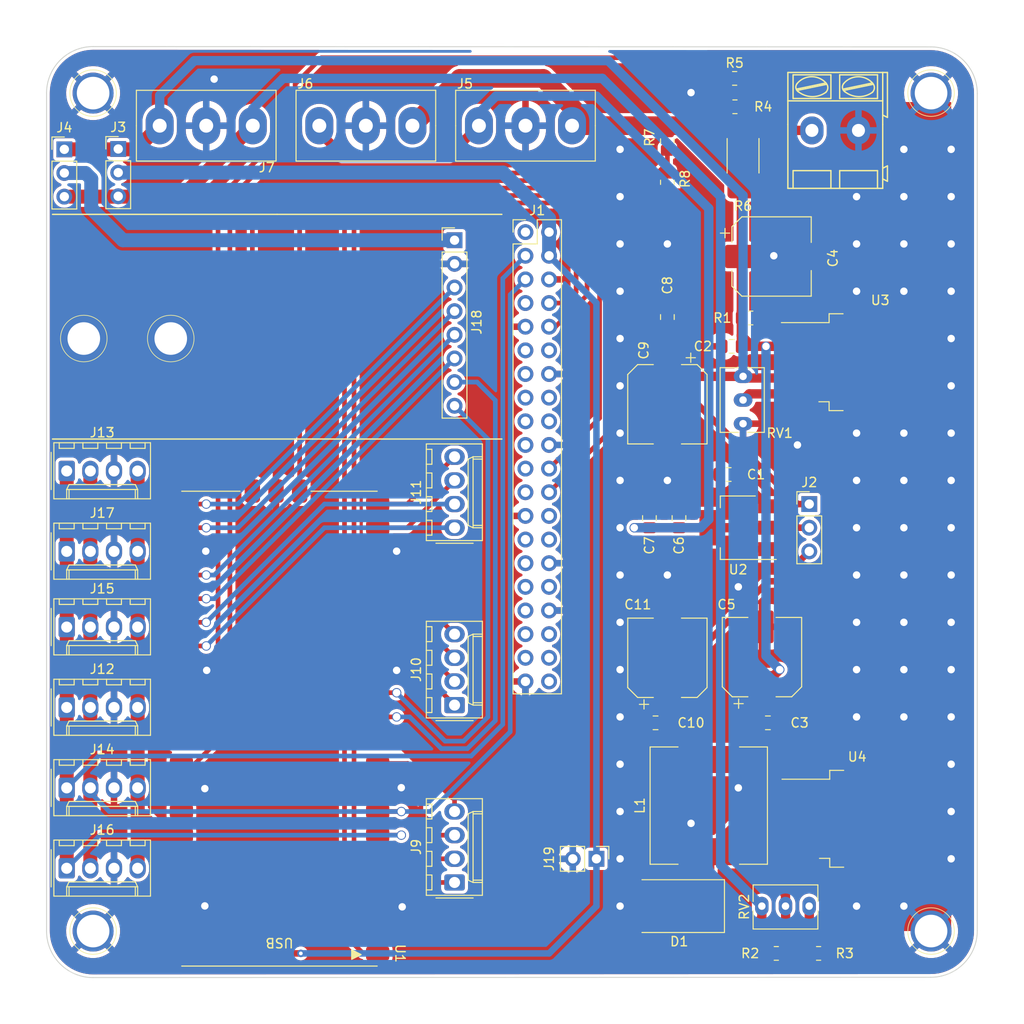
<source format=kicad_pcb>
(kicad_pcb (version 20211014) (generator pcbnew)
  (layers (0 "F.Cu" signal "cobre frontal") (31 "B.Cu" signal "Cobre traseira") (34 "B.Paste" user "Pasta traseira") (35 "F.Paste" user "Pasta frontal") (36 "B.SilkS" user "Serigrafia traseira") (37 "F.SilkS" user "Serigrafia frontal") (38 "B.Mask" user "Máscara traseira") (39 "F.Mask" user "Máscara frontal") (44 "Edge.Cuts" user "Cortes contorno"))
  (net 0 "")
  (net 1 "Net-(C1-Pad1)")
  (net 2 "Earth")
  (net 3 "VCC")
  (net 4 "/V3")
  (net 5 "/V2")
  (net 6 "/V1")
  (net 7 "Net-(D1-Pad1)")
  (net 8 "+3V3")
  (net 9 "+5V")
  (net 10 "/SDA0")
  (net 11 "/SCL0")
  (net 12 "/CTRL_RUN")
  (net 13 "/RXD0")
  (net 14 "/TXD0")
  (net 24 "/SWCLK")
  (net 26 "/SWDIO")
  (net 39 "Vmod")
  (net 40 "/VIN")
  (net 41 "Net-(R1-Pad2)")
  (net 42 "Net-(R2-Pad1)")
  (net 43 "Net-(R3-Pad1)")
  (net 44 "/ADC0")
  (net 45 "/ADC1")
  (net 46 "Net-(RV1-Pad2)")
  (net 47 "/P1A")
  (net 48 "/P1B")
  (net 49 "/P1C")
  (net 50 "/P1D")
  (net 51 "/TXD1")
  (net 52 "/RXD1")
  (net 53 "/P2A")
  (net 54 "/P2B")
  (net 55 "/P2C")
  (net 56 "/P2D")
  (net 57 "/P3A")
  (net 58 "/P3B")
  (net 59 "/SPI0_RX")
  (net 60 "/SPI0_SC")
  (net 61 "/SPI0_SCK")
  (net 62 "/SPI0_TX")
  (net 63 "/P3C")
  (net 64 "/P3D")
  (net 66 "/RUN")
  (net 67 "/ADC2")
  (footprint "Resistor_SMD:R_0805_2012Metric_Pad1.20x1.40mm_HandSolder" (layer "F.Cu") (at 118.38 152.4 180)
    (fp_text reference "R2")
    (fp_text value "5K")
  )
  (footprint "Capacitor_SMD:C_0805_2012Metric_Pad1.18x1.45mm_HandSolder" (layer "F.Cu") (at 113.5835 87.2 180)
    (fp_text reference "C2")
    (fp_text value "100nF")
  )
  (footprint "Diode_SMD:D_3220_8050Metric_Pad2.65x5.15mm_HandSolder" (layer "F.Cu") (at 107.95 147.32 180)
    (fp_text reference "D1")
    (fp_text value "1N5822")
  )
  (footprint "Connector_PinHeader_2.54mm:PinHeader_1x03_P2.54mm_Vertical" (layer "F.Cu") (at 121.92 104.14)
    (fp_text reference "J2")
    (fp_text value "V1-X-V2")
  )
  (footprint "MyFootprint:Pin_D3.5mm_L4.4mm" (layer "F.Cu") (at 45 60 90)
    (fp_text reference "REF**" hide)
    (fp_text value "Pin_D1.0mm_L10.0mm" hide)
  )
  (footprint "Resistor_SMD:R_0805_2012Metric_Pad1.20x1.40mm_HandSolder" (layer "F.Cu") (at 122.92 152.4)
    (fp_text reference "R3")
    (fp_text value "0R")
  )
  (footprint "MyFootprint:CONN5mm-3" (layer "F.Cu") (at 62.15 63.5 180)
    (fp_text reference "J7")
    (fp_text value "VOUT-C")
  )
  (footprint "Connector_PinHeader_2.54mm:PinHeader_1x02_P2.54mm_Vertical" (layer "F.Cu") (at 99.06 142.24 -90)
    (fp_text reference "J19")
    (fp_text value "FAM")
  )
  (footprint "Potentiometer_THT:Potentiometer_Bourns_3266Y_Vertical" (layer "F.Cu") (at 121.905 147.32)
    (fp_text reference "RV2")
    (fp_text value "10k")
  )
  (footprint "MyFootprint:CONN5mm-3" (layer "F.Cu") (at 86.44 63.5)
    (fp_text reference "J5")
    (fp_text value "VOUT-M")
  )
  (footprint "Connector_Molex:Molex_KK-254_AE-6410-04A_1x04_P2.54mm_Vertical" (layer "F.Cu") (at 42.164 134.62)
    (fp_text reference "J14")
    (fp_text value "P3")
  )
  (footprint "Resistor_SMD:R_0805_2012Metric_Pad1.20x1.40mm_HandSolder" (layer "F.Cu") (at 113.905 58.42)
    (fp_text reference "R5")
    (fp_text value "1k")
  )
  (footprint "MyFootprint:AK300-2" (layer "F.Cu") (at 122.2015 64.008)
    (fp_text reference "J8" hide)
    (fp_text value "VIN" hide)
  )
  (footprint "Resistor_SMD:R_0805_2012Metric_Pad1.20x1.40mm_HandSolder" (layer "F.Cu") (at 115.637 84.152)
    (fp_text reference "R1")
    (fp_text value "51k")
  )
  (footprint "Connector_Molex:Molex_KK-254_AE-6410-04A_1x04_P2.54mm_Vertical" (layer "F.Cu") (at 42.164 117.348)
    (fp_text reference "J15")
    (fp_text value "P3")
  )
  (footprint "Capacitor_SMD:C_0805_2012Metric_Pad1.18x1.45mm_HandSolder" (layer "F.Cu") (at 117.475 127.635)
    (fp_text reference "C3")
    (fp_text value "100nF")
  )
  (footprint "Capacitor_SMD:C_0805_2012Metric_Pad1.18x1.45mm_HandSolder" (layer "F.Cu") (at 106.68 84.0525 90)
    (fp_text reference "C8")
    (fp_text value "100nF")
  )
  (footprint "Package_TO_SOT_SMD:SOT-223-3_TabPin2" (layer "F.Cu") (at 114.275 106.68 180)
    (fp_text reference "U2")
    (fp_text value "AMS1117-3.3")
  )
  (footprint "Capacitor_SMD:CP_Elec_8x10" (layer "F.Cu") (at 106.68 93.42 -90)
    (fp_text reference "C9")
    (fp_text value "220uF35V")
  )
  (footprint "MyFootprint:CONN5mm-3" (layer "F.Cu") (at 69.295 63.5)
    (fp_text reference "J6")
    (fp_text value "VOUT-M")
  )
  (footprint "MyFootprint:R_2512_6332Metric_Pad1.40x3.35mm_HandSolder" (layer "F.Cu") (at 114.808 67.056 -90)
    (fp_text reference "R6")
    (fp_text value "0.15R")
  )
  (footprint "Capacitor_SMD:C_0805_2012Metric_Pad1.18x1.45mm_HandSolder" (layer "F.Cu") (at 107.925 105.6425 90)
    (fp_text reference "C6")
    (fp_text value "100nF")
  )
  (footprint "MyFootprint:Pin_D3.5mm_L4.4mm" (layer "F.Cu") (at 45 150 90)
    (fp_text reference "REF**" hide)
    (fp_text value "Pin_D1.0mm_L10.0mm" hide)
  )
  (footprint "Resistor_SMD:R_0805_2012Metric_Pad1.20x1.40mm_HandSolder" (layer "F.Cu") (at 113.937 61.468 180)
    (fp_text reference "R4")
    (fp_text value "10k")
  )
  (footprint "Inductor_SMD:L_12x12mm_H8mm" (layer "F.Cu") (at 111.125 136.525 90)
    (fp_text reference "L1")
    (fp_text value "33uH")
  )
  (footprint "MyFootprint:Pin_D3.5mm_L4.4mm" (layer "F.Cu") (at 53.34 86.36 90)
    (fp_text reference "REF**" hide)
    (fp_text value "Pin_D1.0mm_L10.0mm" hide)
  )
  (footprint "MyFootprint:Pin_D3.5mm_L4.4mm" (layer "F.Cu") (at 135 150 90)
    (fp_text reference "REF**" hide)
    (fp_text value "Pin_D1.0mm_L10.0mm" hide)
  )
  (footprint "Capacitor_SMD:CP_Elec_8x10" (layer "F.Cu") (at 117.871 77.548)
    (fp_text reference "C4")
    (fp_text value "100uF50V")
  )
  (footprint "Connector_PinHeader_2.54mm:PinHeader_1x08_P2.54mm_Vertical" (layer "F.Cu") (at 83.82 75.8)
    (fp_text reference "J18")
    (fp_text value "Module")
  )
  (footprint "MyFootprint:Pin_D3.5mm_L4.4mm" (layer "F.Cu") (at 44 86.36 90)
    (fp_text reference "REF**" hide)
    (fp_text value "Pin_D1.0mm_L10.0mm" hide)
  )
  (footprint "Connector_PinHeader_2.54mm:PinHeader_1x03_P2.54mm_Vertical" (layer "F.Cu") (at 47.7 66)
    (fp_text reference "J3")
    (fp_text value "RAP-SELECT")
  )
  (footprint "Connector_Molex:Molex_KK-254_AE-6410-04A_1x04_P2.54mm_Vertical" (layer "F.Cu") (at 83.82 144.78 90)
    (fp_text reference "J9")
    (fp_text value "P1")
  )
  (footprint "MyFootprint:RPI-PICO-SMD" (layer "F.Cu") (at 75.515 102.76 180)
    (fp_text reference "U1")
    (fp_text value "RPI-PICO")
  )
  (footprint "Potentiometer_THT:Potentiometer_Bourns_3266Y_Vertical" (layer "F.Cu") (at 114.808 95.504 -90)
    (fp_text reference "RV1")
    (fp_text value "10k")
  )
  (footprint "Connector_Molex:Molex_KK-254_AE-6410-04A_1x04_P2.54mm_Vertical" (layer "F.Cu") (at 42.164 125.984)
    (fp_text reference "J12")
    (fp_text value "P3")
  )
  (footprint "Capacitor_SMD:C_0805_2012Metric_Pad1.18x1.45mm_HandSolder" (layer "F.Cu") (at 113.2625 100.965 180)
    (fp_text reference "C1")
    (fp_text value "100nF")
  )
  (footprint "Capacitor_SMD:CP_Elec_8x10" (layer "F.Cu") (at 116.84 120.575 90)
    (fp_text reference "C5")
    (fp_text value "100uF50V")
  )
  (footprint "Connector_Molex:Molex_KK-254_AE-6410-04A_1x04_P2.54mm_Vertical" (layer "F.Cu") (at 42.164 143.256)
    (fp_text reference "J16")
    (fp_text value "P3")
  )
  (footprint "Connector_Molex:Molex_KK-254_AE-6410-04A_1x04_P2.54mm_Vertical" (layer "F.Cu") (at 83.82 106.68 90)
    (fp_text reference "J11")
    (fp_text value "P3")
  )
  (footprint "MyFootprint:Pin_D3.5mm_L4.4mm" (layer "F.Cu") (at 135 60 90)
    (fp_text reference "REF**" hide)
    (fp_text value "Pin_D1.0mm_L10.0mm" hide)
  )
  (footprint "Resistor_SMD:R_0805_2012Metric_Pad1.20x1.40mm_HandSolder" (layer "F.Cu") (at 106.68 65.135 -90)
    (fp_text reference "R7")
    (fp_text value "10k")
  )
  (footprint "Connector_Molex:Molex_KK-254_AE-6410-04A_1x04_P2.54mm_Vertical" (layer "F.Cu") (at 83.82 125.73 90)
    (fp_text reference "J10")
    (fp_text value "P2")
  )
  (footprint "Connector_PinHeader_2.54mm:PinHeader_2x20_P2.54mm_Vertical" (layer "F.Cu") (at 91.435 74.93)
    (fp_text reference "J1")
    (fp_text value "Raspberry Pi")
  )
  (footprint "Connector_Molex:Molex_KK-254_AE-6410-04A_1x04_P2.54mm_Vertical" (layer "F.Cu") (at 42.164 109.22)
    (fp_text reference "J17")
    (fp_text value "P3")
  )
  (footprint "Connector_Molex:Molex_KK-254_AE-6410-04A_1x04_P2.54mm_Vertical" (layer "F.Cu") (at 42.164 100.584)
    (fp_text reference "J13")
    (fp_text value "P3")
  )
  (footprint "Resistor_SMD:R_0805_2012Metric_Pad1.20x1.40mm_HandSolder" (layer "F.Cu") (at 106.68 69.58 -90)
    (fp_text reference "R8")
    (fp_text value "10k")
  )
  (footprint "Capacitor_SMD:C_0805_2012Metric_Pad1.18x1.45mm_HandSolder" (layer "F.Cu") (at 104.75 105.6425 90)
    (fp_text reference "C7")
    (fp_text value "10uF6V3")
  )
  (footprint "Package_TO_SOT_SMD:TO-263-5_TabPin3" (layer "F.Cu") (at 127.066 137.941)
    (fp_text reference "U4")
    (fp_text value "LM2596S-ADJ")
  )
  (footprint "Package_TO_SOT_SMD:TO-263-5_TabPin3" (layer "F.Cu") (at 127 88.9)
    (fp_text reference "U3")
    (fp_text value "MIC29302WU")
  )
  (footprint "Connector_PinHeader_2.54mm:PinHeader_1x03_P2.54mm_Vertical" (layer "F.Cu") (at 41.91 66.04)
    (fp_text reference "J4")
    (fp_text value "MOD-SELECT")
  )
  (footprint "Capacitor_SMD:C_0805_2012Metric_Pad1.18x1.45mm_HandSolder" (layer "F.Cu") (at 105.41 127.635 180)
    (fp_text reference "C10")
    (fp_text value "100nF")
  )
  (footprint "Capacitor_SMD:CP_Elec_8x10" (layer "F.Cu") (at 106.68 120.65 90)
    (fp_text reference "C11")
    (fp_text value "220uF35V")
  )
  (gr_line (start 40.64 97.155) (end 68.58 97.155) (layer "F.SilkS") (width 0.15))
  (gr_line (start 68.58 97.155) (end 88.265 97.155) (layer "F.SilkS") (width 0.15))
  (gr_line (start 88.265 97.155) (end 88.9 97.155) (layer "F.SilkS") (width 0.15))
  (gr_line (start 40.64 73.025) (end 64.77 73.025) (layer "F.SilkS") (width 0.15))
  (gr_line (start 64.77 73.025) (end 88.9 73.025) (layer "F.SilkS") (width 0.15))
  (gr_arc (start 40 60) (mid 41.464466 56.464466) (end 45 55) (layer "Edge.Cuts") (width 0.1))
  (gr_line (start 45 55) (end 134.964466 55.035534) (layer "Edge.Cuts") (width 0.1))
  (gr_arc (start 139.964466 149.964466) (mid 138.5 153.5) (end 134.964466 154.964466) (layer "Edge.Cuts") (width 0.1))
  (gr_arc (start 45 155) (mid 41.464466 153.535534) (end 40 150) (layer "Edge.Cuts") (width 0.1))
  (gr_line (start 45 155) (end 134.964466 154.964466) (layer "Edge.Cuts") (width 0.1))
  (gr_line (start 139.964466 60.035534) (end 139.964466 149.964466) (layer "Edge.Cuts") (width 0.1))
  (gr_line (start 40 60) (end 40 150) (layer "Edge.Cuts") (width 0.1))
  (gr_arc (start 134.964466 55.035534) (mid 138.5 56.5) (end 139.964466 60.035534) (layer "Edge.Cuts") (width 0.1))
  (segment (start 114.3 101.255) (end 117.425 104.38) (width 1) (layer "F.Cu") (net 1))
  (segment (start 121.92 106.68) (end 120.717919 106.68) (width 0.7) (layer "F.Cu") (net 1))
  (segment (start 120.717919 106.68) (end 118.417919 104.38) (width 0.7) (layer "F.Cu") (net 1))
  (segment (start 118.417919 104.38) (end 117.425 104.38) (width 0.7) (layer "F.Cu") (net 1))
  (segment (start 114.3 100.965) (end 114.3 101.255) (width 1) (layer "F.Cu") (net 1))
  (via (at 127 106.68) (size 1) (drill 0.8) (layers "F.Cu" "B.Cu") (net 2))
  (via (at 132.08 116.84) (size 1) (drill 0.8) (layers "F.Cu" "B.Cu") (net 2))
  (via (at 127 121.92) (size 1) (drill 0.8) (layers "F.Cu" "B.Cu") (net 2))
  (via (at 137.16 132.08) (size 1) (drill 0.8) (layers "F.Cu" "B.Cu") (net 2))
  (via (at 118.11 77.47) (size 1) (drill 0.8) (layers "F.Cu" "B.Cu") (net 2))
  (via (at 127 76.2) (size 1) (drill 0.8) (layers "F.Cu" "B.Cu") (net 2))
  (via (at 132.08 111.76) (size 1) (drill 0.8) (layers "F.Cu" "B.Cu") (net 2))
  (via (at 132.08 81.28) (size 1) (drill 0.8) (layers "F.Cu" "B.Cu") (net 2))
  (via (at 114.3 134.62) (size 1) (drill 0.8) (layers "F.Cu" "B.Cu") (net 2))
  (via (at 127 96.52) (size 1) (drill 0.8) (layers "F.Cu" "B.Cu") (net 2))
  (via (at 77.6 109.2) (size 1) (drill 0.8) (layers "F.Cu" "B.Cu") (net 2))
  (via (at 101.6 96.52) (size 1) (drill 0.8) (layers "F.Cu" "B.Cu") (net 2))
  (via (at 137.16 101.6) (size 1) (drill 0.8) (layers "F.Cu" "B.Cu") (net 2))
  (via (at 101.6 86.36) (size 1) (drill 0.8) (layers "F.Cu" "B.Cu") (net 2))
  (via (at 106.68 101.6) (size 1) (drill 0.8) (layers "F.Cu" "B.Cu") (net 2))
  (via (at 127 81.28) (size 1) (drill 0.8) (layers "F.Cu" "B.Cu") (net 2))
  (via (at 57.2 122) (size 1) (drill 0.8) (layers "F.Cu" "B.Cu") (net 2))
  (via (at 127 116.84) (size 1) (drill 0.8) (layers "F.Cu" "B.Cu") (net 2))
  (via (at 137.16 66.04) (size 1) (drill 0.8) (layers "F.Cu" "B.Cu") (net 2))
  (via (at 132.08 147.32) (size 1) (drill 0.8) (layers "F.Cu" "B.Cu") (net 2))
  (via (at 57 147.3) (size 1) (drill 0.8) (layers "F.Cu" "B.Cu") (net 2))
  (via (at 101.6 121.92) (size 1) (drill 0.8) (layers "F.Cu" "B.Cu") (net 2))
  (via (at 137.16 111.76) (size 1) (drill 0.8) (layers "F.Cu" "B.Cu") (net 2))
  (via (at 57 134.7) (size 1) (drill 0.8) (layers "F.Cu" "B.Cu") (net 2))
  (via (at 78.2 147.4) (size 1) (drill 0.8) (layers "F.Cu" "B.Cu") (net 2))
  (via (at 137.16 127) (size 1) (drill 0.8) (layers "F.Cu" "B.Cu") (net 2))
  (via (at 127 111.76) (size 1) (drill 0.8) (layers "F.Cu" "B.Cu") (net 2))
  (via (at 101.6 66.04) (size 1) (drill 0.8) (layers "F.Cu" "B.Cu") (net 2))
  (via (at 101.6 91.44) (size 1) (drill 0.8) (layers "F.Cu" "B.Cu") (net 2))
  (via (at 127 71.12) (size 1) (drill 0.8) (layers "F.Cu" "B.Cu") (net 2))
  (via (at 137.16 81.28) (size 1) (drill 0.8) (layers "F.Cu" "B.Cu") (net 2))
  (via (at 137.16 76.2) (size 1) (drill 0.8) (layers "F.Cu" "B.Cu") (net 2))
  (via (at 137.16 137.16) (size 1) (drill 0.8) (layers "F.Cu" "B.Cu") (net 2))
  (via (at 101.6 137.16) (size 1) (drill 0.8) (layers "F.Cu" "B.Cu") (net 2))
  (via (at 120.65 97.79) (size 1) (drill 0.8) (layers "F.Cu" "B.Cu") (net 2))
  (via (at 114.3 113.03) (size 1) (drill 0.8) (layers "F.Cu" "B.Cu") (net 2))
  (via (at 132.08 66.04) (size 1) (drill 0.8) (layers "F.Cu" "B.Cu") (net 2))
  (via (at 101.6 111.76) (size 1) (drill 0.8) (layers "F.Cu" "B.Cu") (net 2))
  (via (at 137.16 116.84) (size 1) (drill 0.8) (layers "F.Cu" "B.Cu") (net 2))
  (via (at 106.68 76.2) (size 1) (drill 0.8) (layers "F.Cu" "B.Cu") (net 2))
  (via (at 101.6 147.32) (size 1) (drill 0.8) (layers "F.Cu" "B.Cu") (net 2))
  (via (at 58 58.5) (size 1) (drill 0.8) (layers "F.Cu" "B.Cu") (net 2))
  (via (at 132.08 71.12) (size 1) (drill 0.8) (layers "F.Cu" "B.Cu") (net 2))
  (via (at 78.1 134.6) (size 1) (drill 0.8) (layers "F.Cu" "B.Cu") (net 2))
  (via (at 127 127) (size 1) (drill 0.8) (layers "F.Cu" "B.Cu") (net 2))
  (via (at 137.16 71.12) (size 1) (drill 0.8) (layers "F.Cu" "B.Cu") (net 2))
  (via (at 101.6 132.08) (size 1) (drill 0.8) (layers "F.Cu" "B.Cu") (net 2))
  (via (at 137.16 121.92) (size 1) (drill 0.8) (layers "F.Cu" "B.Cu") (net 2))
  (via (at 137.16 142.24) (size 1) (drill 0.8) (layers "F.Cu" "B.Cu") (net 2))
  (via (at 101.6 81.28) (size 1) (drill 0.8) (layers "F.Cu" "B.Cu") (net 2))
  (via (at 132.08 101.6) (size 1) (drill 0.8) (layers "F.Cu" "B.Cu") (net 2))
  (via (at 132.08 96.52) (size 1) (drill 0.8) (layers "F.Cu" "B.Cu") (net 2))
  (via (at 101.6 101.6) (size 1) (drill 0.8) (layers "F.Cu" "B.Cu") (net 2))
  (via (at 132.08 127) (size 1) (drill 0.8) (layers "F.Cu" "B.Cu") (net 2))
  (via (at 106.68 111.76) (size 1) (drill 0.8) (layers "F.Cu" "B.Cu") (net 2))
  (via (at 57.1 109.2) (size 1) (drill 0.8) (layers "F.Cu" "B.Cu") (net 2))
  (via (at 109.22 59.944) (size 1) (drill 0.8) (layers "F.Cu" "B.Cu") (net 2))
  (via (at 101.6 116.84) (size 1) (drill 0.8) (layers "F.Cu" "B.Cu") (net 2))
  (via (at 101.6 142.24) (size 1) (drill 0.8) (layers "F.Cu" "B.Cu") (net 2))
  (via (at 109.22 138.43) (size 1) (drill 0.8) (layers "F.Cu" "B.Cu") (net 2))
  (via (at 132.08 76.2) (size 1) (drill 0.8) (layers "F.Cu" "B.Cu") (net 2))
  (via (at 101.6 106.68) (size 1) (drill 0.8) (layers "F.Cu" "B.Cu") (net 2))
  (via (at 127 147.32) (size 1) (drill 0.8) (layers "F.Cu" "B.Cu") (net 2))
  (via (at 101.6 127) (size 1) (drill 0.8) (layers "F.Cu" "B.Cu") (net 2))
  (via (at 132.08 106.68) (size 1) (drill 0.8) (layers "F.Cu" "B.Cu") (net 2))
  (via (at 101.6 71.12) (size 1) (drill 0.8) (layers "F.Cu" "B.Cu") (net 2))
  (via (at 132.08 121.92) (size 1) (drill 0.8) (layers "F.Cu" "B.Cu") (net 2))
  (via (at 77.6 122) (size 1) (drill 0.8) (layers "F.Cu" "B.Cu") (net 2))
  (via (at 137.16 91.44) (size 1) (drill 0.8) (layers "F.Cu" "B.Cu") (net 2))
  (via (at 137.16 96.52) (size 1) (drill 0.8) (layers "F.Cu" "B.Cu") (net 2))
  (via (at 127 101.6) (size 1) (drill 0.8) (layers "F.Cu" "B.Cu") (net 2))
  (via (at 137.16 106.68) (size 1) (drill 0.8) (layers "F.Cu" "B.Cu") (net 2))
  (via (at 137.16 86.36) (size 1) (drill 0.8) (layers "F.Cu" "B.Cu") (net 2))
  (via (at 101.6 76.2) (size 1) (drill 0.8) (layers "F.Cu" "B.Cu") (net 2))
  (segment (start 101.6 63.5) (end 98.425 63.5) (width 2) (layer "F.Cu") (net 3))
  (segment (start 84.375 58.42) (end 79.295 63.5) (width 2) (layer "F.Cu") (net 3))
  (segment (start 115.782 87.2) (end 114.621 86.039) (width 1) (layer "F.Cu") (net 3))
  (segment (start 121.225 87.2) (end 117.27 87.2) (width 1) (layer "F.Cu") (net 3))
  (segment (start 117.27 87.2) (end 115.782 87.2) (width 1) (layer "F.Cu") (net 3))
  (segment (start 114.621 77.548) (end 114.621 83.506) (width 1) (layer "F.Cu") (net 3))
  (segment (start 114.621 72.069) (end 114.621 70.422) (width 1) (layer "F.Cu") (net 3))
  (segment (start 121.291 134.541) (end 119.301 134.541) (width 1) (layer "F.Cu") (net 3))
  (segment (start 95.5675 60.6425) (end 93.345 58.42) (width 2) (layer "F.Cu") (net 3))
  (segment (start 121.225 87.2) (end 114.621 87.2) (width 1) (layer "F.Cu") (net 3))
  (segment (start 119.301 134.541) (end 116.4375 131.6775) (width 1) (layer "F.Cu") (net 3))
  (segment (start 116.4375 131.6775) (end 116.4375 127.635) (width 1) (layer "F.Cu") (net 3))
  (segment (start 114.621 83.506) (end 114.621 84.136) (width 1) (layer "F.Cu") (net 3))
  (segment (start 101.6 63.5) (end 108.331 63.5) (width 2) (layer "F.Cu") (net 3))
  (segment (start 114.621 84.136) (end 114.637 84.152) (width 1) (layer "F.Cu") (net 3))
  (segment (start 114.621 87.2) (end 114.621 86.039) (width 1) (layer "F.Cu") (net 3))
  (segment (start 116.4375 127.635) (end 116.4375 124.2275) (width 1) (layer "F.Cu") (net 3))
  (segment (start 93.345 58.42) (end 84.375 58.42) (width 2) (layer "F.Cu") (net 3))
  (segment (start 116.84 123.825) (end 118.745 121.92) (width 1) (layer "F.Cu") (net 3))
  (segment (start 114.621 86.039) (end 114.621 83.506) (width 1) (layer "F.Cu") (net 3))
  (segment (start 96.44 61.515) (end 95.5675 60.6425) (width 2) (layer "F.Cu") (net 3))
  (segment (start 98.425 63.5) (end 95.5675 60.6425) (width 2) (layer "F.Cu") (net 3))
  (segment (start 96.44 63.5) (end 101.6 63.5) (width 2) (layer "F.Cu") (net 3))
  (segment (start 96.44 63.5) (end 96.44 61.515) (width 2) (layer "F.Cu") (net 3))
  (segment (start 108.331 63.5) (end 114.937 70.106) (width 2) (layer "F.Cu") (net 3))
  (segment (start 114.621 77.548) (end 114.621 72.069) (width 1) (layer "F.Cu") (net 3))
  (segment (start 116.4375 124.2275) (end 116.84 123.825) (width 1) (layer "F.Cu") (net 3))
  (via (at 118.745 121.92) (size 1) (drill 0.8) (layers "F.Cu" "B.Cu") (net 3))
  (via (at 117.27 87.2) (size 1) (drill 0.8) (layers "F.Cu" "B.Cu") (net 3))
  (segment (start 117.27 87.2) (end 117.27 120.445) (width 1) (layer "B.Cu") (net 3))
  (segment (start 117.27 120.445) (end 118.745 121.92) (width 1) (layer "B.Cu") (net 3))
  (segment (start 109.22 106.68) (end 117.425 106.68) (width 1) (layer "F.Cu") (net 4))
  (segment (start 69.295 64.215) (end 71.755 66.675) (width 1) (layer "F.Cu") (net 4))
  (segment (start 104.75 106.68) (end 109.22 106.68) (width 1) (layer "F.Cu") (net 4))
  (segment (start 83.265 66.675) (end 86.44 63.5) (width 1) (layer "F.Cu") (net 4))
  (segment (start 71.755 66.675) (end 83.265 66.675) (width 1) (layer "F.Cu") (net 4))
  (segment (start 69.295 63.5) (end 69.295 64.215) (width 1) (layer "F.Cu") (net 4))
  (segment (start 104.75 106.68) (end 103.124 106.68) (width 1) (layer "F.Cu") (net 4))
  (via (at 103.124 106.68) (size 1) (drill 0.8) (layers "F.Cu" "B.Cu") (net 4))
  (segment (start 103.124 106.68) (end 110.236 106.68) (width 1) (layer "B.Cu") (net 4))
  (segment (start 86.44 62.15) (end 86.44 63.5) (width 1) (layer "B.Cu") (net 4))
  (segment (start 111.125 105.791) (end 111.125 72.39) (width 1) (layer "B.Cu") (net 4))
  (segment (start 110.236 106.68) (end 111.125 105.791) (width 1) (layer "B.Cu") (net 4))
  (segment (start 99.06 60.325) (end 88.265 60.325) (width 1) (layer "B.Cu") (net 4))
  (segment (start 88.265 60.325) (end 86.44 62.15) (width 1) (layer "B.Cu") (net 4))
  (segment (start 111.125 72.39) (end 99.06 60.325) (width 1) (layer "B.Cu") (net 4))
  (segment (start 120.65 104.14) (end 121.92 104.14) (width 0.7) (layer "F.Cu") (net 5))
  (segment (start 106.68 90.17) (end 106.68 85.09) (width 1) (layer "F.Cu") (net 5))
  (segment (start 114.808 90.424) (end 106.934 90.424) (width 1) (layer "F.Cu") (net 5))
  (segment (start 106.68 90.17) (end 120.65 104.14) (width 0.7) (layer "F.Cu") (net 5))
  (segment (start 106.934 90.424) (end 106.68 90.17) (width 1) (layer "F.Cu") (net 5))
  (segment (start 49.61 66.04) (end 52.15 63.5) (width 1.5) (layer "F.Cu") (net 5))
  (segment (start 121.225 90.6) (end 114.984 90.6) (width 1) (layer "F.Cu") (net 5))
  (segment (start 114.984 90.6) (end 114.808 90.424) (width 1) (layer "F.Cu") (net 5))
  (segment (start 42.545 66.04) (end 49.61 66.04) (width 1.5) (layer "F.Cu") (net 5))
  (segment (start 52.15 63.5) (end 52.15 60.245) (width 1) (layer "B.Cu") (net 5))
  (segment (start 55.88 56.515) (end 100.33 56.515) (width 1) (layer "B.Cu") (net 5))
  (segment (start 114.808 70.993) (end 114.808 90.424) (width 1) (layer "B.Cu") (net 5))
  (segment (start 52.15 60.245) (end 55.88 56.515) (width 1) (layer "B.Cu") (net 5))
  (segment (start 100.33 56.515) (end 114.808 70.993) (width 1) (layer "B.Cu") (net 5))
  (segment (start 109.35 131.575) (end 106.4475 128.6725) (width 1) (layer "F.Cu") (net 6))
  (segment (start 117.50896 112.42896) (end 106.68 123.257919) (width 0.7) (layer "F.Cu") (net 6))
  (segment (start 106.68 136.02) (end 106.68 143.51) (width 1) (layer "F.Cu") (net 6))
  (segment (start 109.22 152.4) (end 113.03 152.4) (width 1) (layer "F.Cu") (net 6))
  (segment (start 118.71104 112.42896) (end 117.50896 112.42896) (width 0.7) (layer "F.Cu") (net 6))
  (segment (start 46.99 71.12) (end 54.53 71.12) (width 1.5) (layer "F.Cu") (net 6))
  (segment (start 42.545 71.12) (end 46.99 71.12) (width 1.5) (layer "F.Cu") (net 6))
  (segment (start 107.95 151.13) (end 109.22 152.4) (width 1) (layer "F.Cu") (net 6))
  (segment (start 54.53 71.12) (end 62.15 63.5) (width 1.5) (layer "F.Cu") (net 6))
  (segment (start 113.03 152.4) (end 116.825 148.605) (width 1) (layer "F.Cu") (net 6))
  (segment (start 121.92 109.22) (end 118.71104 112.42896) (width 0.7) (layer "F.Cu") (net 6))
  (segment (start 106.4475 128.6725) (end 106.4475 127.635) (width 1) (layer "F.Cu") (net 6))
  (segment (start 116.825 148.605) (end 116.825 147.32) (width 1) (layer "F.Cu") (net 6))
  (segment (start 106.4475 127.635) (end 106.4475 124.1325) (width 1) (layer "F.Cu") (net 6))
  (segment (start 111.125 131.575) (end 106.68 136.02) (width 1) (layer "F.Cu") (net 6))
  (segment (start 106.4475 124.1325) (end 106.68 123.9) (width 1) (layer "F.Cu") (net 6))
  (segment (start 107.95 144.78) (end 107.95 151.13) (width 1) (layer "F.Cu") (net 6))
  (segment (start 106.68 143.51) (end 107.95 144.78) (width 1) (layer "F.Cu") (net 6))
  (segment (start 106.68 123.257919) (end 106.68 123.9) (width 0.7) (layer "F.Cu") (net 6))
  (segment (start 111.125 131.575) (end 109.35 131.575) (width 1) (layer "F.Cu") (net 6))
  (segment (start 99.695 58.42) (end 112.395 71.12) (width 1) (layer "B.Cu") (net 6))
  (segment (start 112.395 71.12) (end 112.395 142.89) (width 1) (layer "B.Cu") (net 6))
  (segment (start 62.15 61.675) (end 65.405 58.42) (width 1) (layer "B.Cu") (net 6))
  (segment (start 112.395 142.89) (end 116.825 147.32) (width 1) (layer "B.Cu") (net 6))
  (segment (start 65.405 58.42) (end 99.695 58.42) (width 1) (layer "B.Cu") (net 6))
  (segment (start 62.15 63.5) (end 62.15 61.675) (width 1) (layer "B.Cu") (net 6))
  (segment (start 116.359 136.241) (end 111.125 141.475) (width 1) (layer "F.Cu") (net 7))
  (segment (start 111.225 147.32) (end 111.225 141.575) (width 1) (layer "F.Cu") (net 7))
  (segment (start 111.225 141.575) (end 111.125 141.475) (width 1) (layer "F.Cu") (net 7))
  (segment (start 121.291 136.241) (end 116.359 136.241) (width 1) (layer "F.Cu") (net 7))
  (segment (start 49.784 141.732) (end 49.784 139.7) (width 1.5) (layer "F.Cu") (net 8))
  (segment (start 52.269 139.7) (end 54.483 139.7) (width 1.5) (layer "F.Cu") (net 8))
  (segment (start 49.784 139.7) (end 49.784 100.584) (width 1.5) (layer "F.Cu") (net 8))
  (segment (start 54.483 139.7) (end 51.816 139.7) (width 1.5) (layer "F.Cu") (net 8))
  (segment (start 49.784 137.215) (end 52.269 139.7) (width 1.5) (layer "F.Cu") (net 8))
  (segment (start 49.784 143.256) (end 49.784 141.732) (width 1.5) (layer "F.Cu") (net 8))
  (segment (start 54.483 139.7) (end 54.483 142.24) (width 1.5) (layer "F.Cu") (net 8))
  (segment (start 49.784 134.62) (end 49.784 137.215) (width 1.5) (layer "F.Cu") (net 8))
  (segment (start 54.483 139.7) (end 49.784 139.7) (width 1.5) (layer "F.Cu") (net 8))
  (segment (start 51.816 139.7) (end 49.784 141.732) (width 1.5) (layer "F.Cu") (net 8))
  (segment (start 67.31 152.4) (end 54.483 152.4) (width 0.7) (layer "F.Cu") (net 9))
  (via (at 67.31 152.4) (size 0.8) (drill 0.4) (layers "F.Cu" "B.Cu") (net 9))
  (segment (start 97.605 81.095) (end 99.06 82.55) (width 0.7) (layer "B.Cu") (net 9))
  (segment (start 99.06 82.55) (end 99.06 147.32) (width 0.7) (layer "B.Cu") (net 9))
  (segment (start 93.975 77.47) (end 93.975 74.93) (width 1.5) (layer "B.Cu") (net 9))
  (segment (start 93.975 74.93) (end 93.975 74.575) (width 1) (layer "B.Cu") (net 9))
  (segment (start 47.7 68.54) (end 89.04 68.54) (width 1.5) (layer "B.Cu") (net 9))
  (segment (start 93.975 77.47) (end 97.6 81.095) (width 0.7) (layer "B.Cu") (net 9))
  (segment (start 89.04 68.54) (end 93.975 73.475) (width 1.5) (layer "B.Cu") (net 9))
  (segment (start 93.98 152.4) (end 67.31 152.4) (width 0.7) (layer "B.Cu") (net 9))
  (segment (start 99.06 147.32) (end 93.98 152.4) (width 0.7) (layer "B.Cu") (net 9))
  (segment (start 97.6 81.095) (end 97.605 81.095) (width 0.7) (layer "B.Cu") (net 9))
  (segment (start 93.975 73.475) (end 93.975 74.93) (width 1.5) (layer "B.Cu") (net 9))
  (segment (start 75.565 139.7) (end 78.105 139.7) (width 0.5) (layer "F.Cu") (net 10))
  (segment (start 42.164 143.256) (end 42.164 100.584) (width 1.5) (layer "F.Cu") (net 10))
  (via (at 78.105 139.7) (size 1) (drill 0.8) (layers "F.Cu" "B.Cu") (net 10))
  (segment (start 89 79.905) (end 89 127.8) (width 0.5) (layer "B.Cu") (net 10))
  (segment (start 91.435 77.47) (end 89 79.905) (width 0.5) (layer "B.Cu") (net 10))
  (segment (start 45.72 139.7) (end 78.105 139.7) (width 0.5) (layer "B.Cu") (net 10))
  (segment (start 85.6 131.2) (end 45.584 131.2) (width 0.5) (layer "B.Cu") (net 10))
  (segment (start 45.584 131.2) (end 42.164 134.62) (width 0.5) (layer "B.Cu") (net 10))
  (segment (start 42.164 143.256) (end 45.72 139.7) (width 0.5) (layer "B.Cu") (net 10))
  (segment (start 89 127.8) (end 85.6 131.2) (width 0.5) (layer "B.Cu") (net 10))
  (segment (start 75.565 137.16) (end 78.105 137.16) (width 0.5) (layer "F.Cu") (net 11))
  (segment (start 44.704 143.256) (end 44.704 100.584) (width 1.5) (layer "F.Cu") (net 11))
  (via (at 78.105 137.16) (size 1) (drill 0.8) (layers "F.Cu" "B.Cu") (net 11))
  (segment (start 81.24 137.16) (end 78.105 137.16) (width 0.5) (layer "B.Cu") (net 11))
  (segment (start 44.704 135.128) (end 46.736 137.16) (width 0.5) (layer "B.Cu") (net 11))
  (segment (start 89.8 81.645) (end 89.8 128.6) (width 0.5) (layer "B.Cu") (net 11))
  (segment (start 91.435 80.01) (end 89.8 81.645) (width 0.5) (layer "B.Cu") (net 11))
  (segment (start 89.8 128.6) (end 81.24 137.16) (width 0.5) (layer "B.Cu") (net 11))
  (segment (start 44.704 134.62) (end 44.704 135.128) (width 0.5) (layer "B.Cu") (net 11))
  (segment (start 46.736 137.16) (end 78.105 137.16) (width 0.5) (layer "B.Cu") (net 11))
  (segment (start 73.025 147.955) (end 73.025 73.279) (width 0.5) (layer "F.Cu") (net 13))
  (segment (start 96.875 81.375) (end 95.7 82.55) (width 0.5) (layer "F.Cu") (net 13))
  (segment (start 75.565 149.86) (end 74.93 149.86) (width 0.5) (layer "F.Cu") (net 13))
  (segment (start 74.93 149.86) (end 73.025 147.955) (width 0.5) (layer "F.Cu") (net 13))
  (segment (start 74.504 71.8) (end 95 71.8) (width 0.5) (layer "F.Cu") (net 13))
  (segment (start 96.875 73.675) (end 96.875 81.375) (width 0.5) (layer "F.Cu") (net 13))
  (segment (start 95 71.8) (end 96.875 73.675) (width 0.5) (layer "F.Cu") (net 13))
  (segment (start 95.7 82.55) (end 93.975 82.55) (width 0.5) (layer "F.Cu") (net 13))
  (segment (start 73.025 73.279) (end 74.504 71.8) (width 0.5) (layer "F.Cu") (net 13))
  (segment (start 94.66 85.09) (end 98.05 81.7) (width 0.5) (layer "F.Cu") (net 14))
  (segment (start 74 152.4) (end 75.565 152.4) (width 0.5) (layer "F.Cu") (net 14))
  (segment (start 98.05 81.7) (end 98.05 73.45) (width 0.5) (layer "F.Cu") (net 14))
  (segment (start 73.272 71) (end 72 72.272) (width 0.5) (layer "F.Cu") (net 14))
  (segment (start 98.05 73.45) (end 95.6 71) (width 0.5) (layer "F.Cu") (net 14))
  (segment (start 95.6 71) (end 73.272 71) (width 0.5) (layer "F.Cu") (net 14))
  (segment (start 72 72.272) (end 72 150.4) (width 0.5) (layer "F.Cu") (net 14))
  (segment (start 72 150.4) (end 74 152.4) (width 0.5) (layer "F.Cu") (net 14))
  (segment (start 93.975 85.09) (end 94.66 85.09) (width 0.5) (layer "F.Cu") (net 14))
  (segment (start 67.183 71.501) (end 68.484 70.2) (width 0.5) (layer "F.Cu") (net 24))
  (segment (start 68.484 70.2) (end 96.2 70.2) (width 0.5) (layer "F.Cu") (net 24))
  (segment (start 67.183 102.743) (end 67.183 71.501) (width 0.5) (layer "F.Cu") (net 24))
  (segment (start 99.4 94.905) (end 93.975 100.33) (width 0.5) (layer "F.Cu") (net 24))
  (segment (start 96.2 70.2) (end 99.4 73.4) (width 0.5) (layer "F.Cu") (net 24))
  (segment (start 99.4 73.4) (end 99.4 94.905) (width 0.5) (layer "F.Cu") (net 24))
  (segment (start 97 69.4) (end 100.4 72.8) (width 0.5) (layer "F.Cu") (net 26))
  (segment (start 62.103 70.485) (end 63.188 69.4) (width 0.5) (layer "F.Cu") (net 26))
  (segment (start 63.188 69.4) (end 97 69.4) (width 0.5) (layer "F.Cu") (net 26))
  (segment (start 62.103 102.743) (end 62.103 70.485) (width 0.5) (layer "F.Cu") (net 26))
  (segment (start 100.4 96.445) (end 93.975 102.87) (width 0.5) (layer "F.Cu") (net 26))
  (segment (start 100.4 72.8) (end 100.4 96.445) (width 0.5) (layer "F.Cu") (net 26))
  (segment (start 83.82 75.8) (end 48.2 75.8) (width 1.5) (layer "B.Cu") (net 39))
  (segment (start 44.8 72.4) (end 44.8 69.2) (width 1.5) (layer "B.Cu") (net 39))
  (segment (start 44.18 68.58) (end 41.91 68.58) (width 1.5) (layer "B.Cu") (net 39))
  (segment (start 44.8 69.2) (end 44.18 68.58) (width 1.5) (layer "B.Cu") (net 39))
  (segment (start 48.2 75.8) (end 44.8 72.4) (width 1.5) (layer "B.Cu") (net 39))
  (segment (start 122.1995 64.006) (end 122.2015 64.008) (width 1) (layer "F.Cu") (net 40))
  (segment (start 114.937 64.006) (end 122.1995 64.006) (width 1) (layer "F.Cu") (net 40))
  (segment (start 114.937 61.468) (end 114.937 64.006) (width 1) (layer "F.Cu") (net 40))
  (segment (start 121.225 85.5) (end 117.985 85.5) (width 1) (layer "F.Cu") (net 41))
  (segment (start 117.985 85.5) (end 116.637 84.152) (width 1) (layer "F.Cu") (net 41))
  (segment (start 116.205 140.97) (end 116.205 142.875) (width 1) (layer "F.Cu") (net 42))
  (segment (start 119.38 147.335) (end 119.365 147.32) (width 1) (layer "F.Cu") (net 42))
  (segment (start 121.291 139.641) (end 117.534 139.641) (width 1) (layer "F.Cu") (net 42))
  (segment (start 119.38 152.4) (end 119.38 147.335) (width 1) (layer "F.Cu") (net 42))
  (segment (start 119.365 146.035) (end 119.365 147.32) (width 1) (layer "F.Cu") (net 42))
  (segment (start 116.205 142.875) (end 119.365 146.035) (width 1) (layer "F.Cu") (net 42))
  (segment (start 117.534 139.641) (end 116.205 140.97) (width 1) (layer "F.Cu") (net 42))
  (segment (start 121.92 152.4) (end 121.92 147.335) (width 1) (layer "F.Cu") (net 43))
  (segment (start 121.92 147.335) (end 121.905 147.32) (width 1) (layer "F.Cu") (net 43))
  (segment (start 112.905 58.42) (end 112.905 61.436) (width 0.5) (layer "F.Cu") (net 44))
  (segment (start 55.88 129.54) (end 58.42 127) (width 0.5) (layer "F.Cu") (net 44))
  (segment (start 58.42 127) (end 58.42 80.772) (width 0.5) (layer "F.Cu") (net 44))
  (segment (start 66.7 59.03) (end 69.53 56.2) (width 0.5) (layer "F.Cu") (net 44))
  (segment (start 112.905 61.436) (end 112.937 61.468) (width 1) (layer "F.Cu") (net 44))
  (segment (start 110.7 56.2) (end 112.905 58.405) (width 0.5) (layer "F.Cu") (net 44))
  (segment (start 58.42 80.772) (end 58.42 71.374) (width 0.5) (layer "F.Cu") (net 44))
  (segment (start 66.7 63.094) (end 66.7 59.03) (width 0.5) (layer "F.Cu") (net 44))
  (segment (start 69.53 56.2) (end 110.7 56.2) (width 0.5) (layer "F.Cu") (net 44))
  (segment (start 54.483 129.54) (end 55.88 129.54) (width 0.5) (layer "F.Cu") (net 44))
  (segment (start 58.42 71.374) (end 66.7 63.094) (width 0.5) (layer "F.Cu") (net 44))
  (segment (start 54.483 132.08) (end 55.88 132.08) (width 0.5) (layer "F.Cu") (net 45))
  (segment (start 106.68 68.58) (end 103.58 68.58) (width 0.5) (layer "F.Cu") (net 45))
  (segment (start 55.88 132.08) (end 59.69 128.27) (width 0.5) (layer "F.Cu") (net 45))
  (segment (start 106.68 67.52) (end 106.68 66.135) (width 0.5) (layer "F.Cu") (net 45))
  (segment (start 103.58 68.58) (end 105.62 68.58) (width 0.5) (layer "F.Cu") (net 45))
  (segment (start 105.62 68.58) (end 106.68 67.52) (width 0.5) (layer "F.Cu") (net 45))
  (segment (start 62.484 68.58) (end 103.58 68.58) (width 0.5) (layer "F.Cu") (net 45))
  (segment (start 59.69 71.374) (end 62.484 68.58) (width 0.5) (layer "F.Cu") (net 45))
  (segment (start 106.68 68.58) (end 106.68 67.52) (width 0.5) (layer "F.Cu") (net 45))
  (segment (start 59.69 128.27) (end 59.69 71.374) (width 0.5) (layer "F.Cu") (net 45))
  (segment (start 115.472 92.3) (end 114.808 92.964) (width 1) (layer "F.Cu") (net 46))
  (segment (start 121.225 92.3) (end 115.472 92.3) (width 1) (layer "F.Cu") (net 46))
  (segment (start 75.565 144.78) (end 83.82 144.78) (width 0.5) (layer "F.Cu") (net 47))
  (segment (start 75.565 142.24) (end 83.82 142.24) (width 0.5) (layer "F.Cu") (net 48))
  (segment (start 83.82 139.7) (end 82.1 139.7) (width 0.5) (layer "F.Cu") (net 49))
  (segment (start 82.1 139.7) (end 80.2 137.8) (width 0.5) (layer "F.Cu") (net 49))
  (segment (start 80.2 137.8) (end 80.2 133.4) (width 0.5) (layer "F.Cu") (net 49))
  (segment (start 75.645 132) (end 75.565 132.08) (width 0.5) (layer "F.Cu") (net 49))
  (segment (start 80.2 133.4) (end 78.8 132) (width 0.5) (layer "F.Cu") (net 49))
  (segment (start 78.8 132) (end 75.645 132) (width 0.5) (layer "F.Cu") (net 49))
  (segment (start 78.34 129.54) (end 83.82 135.02) (width 0.5) (layer "F.Cu") (net 50))
  (segment (start 75.565 129.54) (end 78.34 129.54) (width 0.5) (layer "F.Cu") (net 50))
  (segment (start 83.82 135.02) (end 83.82 137.16) (width 0.5) (layer "F.Cu") (net 50))
  (segment (start 77.6 127) (end 75.565 127) (width 0.5) (layer "F.Cu") (net 51))
  (via (at 77.6 127) (size 1) (drill 0.8) (layers "F.Cu" "B.Cu") (net 51))
  (segment (start 88.2 93) (end 88.2 127.4) (width 0.5) (layer "B.Cu") (net 51))
  (segment (start 85.2 130.4) (end 82.4 130.4) (width 0.5) (layer "B.Cu") (net 51))
  (segment (start 86.24 91.04) (end 88.2 93) (width 0.5) (layer "B.Cu") (net 51))
  (segment (start 83.82 91.04) (end 86.24 91.04) (width 0.5) (layer "B.Cu") (net 51))
  (segment (start 77.6 127) (end 79 127) (width 0.5) (layer "B.Cu") (net 51))
  (segment (start 79 127) (end 82.4 130.4) (width 0.5) (layer "B.Cu") (net 51))
  (segment (start 88.2 127.4) (end 85.2 130.4) (width 0.5) (layer "B.Cu") (net 51))
  (segment (start 75.625 124.4) (end 75.565 124.46) (width 0.5) (layer "F.Cu") (net 52))
  (segment (start 77.6 124.4) (end 75.625 124.4) (width 0.5) (layer "F.Cu") (net 52))
  (via (at 77.6 124.4) (size 1) (drill 0.8) (layers "F.Cu" "B.Cu") (net 52))
  (segment (start 87.4 127) (end 84.8 129.6) (width 0.5) (layer "B.Cu") (net 52))
  (segment (start 83.82 93.58) (end 87.4 97.16) (width 0.5) (layer "B.Cu") (net 52))
  (segment (start 82.8 129.6) (end 77.6 124.4) (width 0.5) (layer "B.Cu") (net 52))
  (segment (start 84.8 129.6) (end 82.8 129.6) (width 0.5) (layer "B.Cu") (net 52))
  (segment (start 87.4 97.16) (end 87.4 127) (width 0.5) (layer "B.Cu") (net 52))
  (segment (start 77.47 119.38) (end 75.565 119.38) (width 0.5) (layer "F.Cu") (net 53))
  (segment (start 83.82 125.73) (end 77.47 119.38) (width 0.5) (layer "F.Cu") (net 53))
  (segment (start 77.47 116.84) (end 75.565 116.84) (width 0.5) (layer "F.Cu") (net 54))
  (segment (start 83.82 123.19) (end 77.47 116.84) (width 0.5) (layer "F.Cu") (net 54))
  (segment (start 83.82 120.65) (end 77.47 114.3) (width 0.5) (layer "F.Cu") (net 55))
  (segment (start 77.47 114.3) (end 75.565 114.3) (width 0.5) (layer "F.Cu") (net 55))
  (segment (start 77.47 111.76) (end 75.565 111.76) (width 0.5) (layer "F.Cu") (net 56))
  (segment (start 83.82 118.11) (end 77.47 111.76) (width 0.5) (layer "F.Cu") (net 56))
  (segment (start 83.82 99.06) (end 78.74 104.14) (width 0.5) (layer "F.Cu") (net 57))
  (segment (start 78.74 104.14) (end 75.565 104.14) (width 0.5) (layer "F.Cu") (net 57))
  (segment (start 83.82 101.6) (end 78.74 106.68) (width 0.5) (layer "F.Cu") (net 58))
  (segment (start 78.74 106.68) (end 75.565 106.68) (width 0.5) (layer "F.Cu") (net 58))
  (segment (start 54.483 104.14) (end 57.15 104.14) (width 0.5) (layer "F.Cu") (net 59))
  (via (at 57.15 104.14) (size 1) (drill 0.8) (layers "F.Cu" "B.Cu") (net 59))
  (segment (start 83.82 80.88) (end 60.56 104.14) (width 0.5) (layer "B.Cu") (net 59))
  (segment (start 60.56 104.14) (end 57.15 104.14) (width 0.5) (layer "B.Cu") (net 59))
  (segment (start 54.483 106.68) (end 57.15 106.68) (width 0.5) (layer "F.Cu") (net 60))
  (via (at 57.15 106.68) (size 1) (drill 0.8) (layers "F.Cu" "B.Cu") (net 60))
  (segment (start 60.56 106.68) (end 57.15 106.68) (width 0.5) (layer "B.Cu") (net 60))
  (segment (start 83.82 83.42) (end 60.56 106.68) (width 0.5) (layer "B.Cu") (net 60))
  (segment (start 54.483 111.76) (end 57.15 111.76) (width 0.5) (layer "F.Cu") (net 61))
  (via (at 57.15 111.76) (size 1) (drill 0.8) (layers "F.Cu" "B.Cu") (net 61))
  (segment (start 57.15 111.76) (end 58.02 111.76) (width 0.5) (layer "B.Cu") (net 61))
  (segment (start 58.02 111.76) (end 83.82 85.96) (width 0.5) (layer "B.Cu") (net 61))
  (segment (start 54.483 114.3) (end 57.15 114.3) (width 0.5) (layer "F.Cu") (net 62))
  (via (at 57.15 114.3) (size 1) (drill 0.8) (layers "F.Cu" "B.Cu") (net 62))
  (segment (start 57.15 114.3) (end 58.02 114.3) (width 0.5) (layer "B.Cu") (net 62))
  (segment (start 58.02 114.3) (end 83.82 88.5) (width 0.5) (layer "B.Cu") (net 62))
  (segment (start 54.483 116.84) (end 57.15 116.84) (width 0.5) (layer "F.Cu") (net 63))
  (via (at 57.15 116.84) (size 1) (drill 0.8) (layers "F.Cu" "B.Cu") (net 63))
  (segment (start 69.85 104.14) (end 57.15 116.84) (width 0.5) (layer "B.Cu") (net 63))
  (segment (start 83.82 104.14) (end 69.85 104.14) (width 0.5) (layer "B.Cu") (net 63))
  (segment (start 57.15 119.38) (end 54.483 119.38) (width 0.5) (layer "F.Cu") (net 64))
  (via (at 57.15 119.38) (size 1) (drill 0.8) (layers "F.Cu" "B.Cu") (net 64))
  (segment (start 83.82 106.68) (end 69.85 106.68) (width 0.5) (layer "B.Cu") (net 64))
  (segment (start 69.85 106.68) (end 57.15 119.38) (width 0.5) (layer "B.Cu") (net 64))
  (zone (net 2) (net_name "Earth") (layers F&B.Cu) (connect_pads (clearance 0.35)) (min_thickness 0.3) (fill yes (thermal_gap 0.7) (thermal_bridge_width 0.7))
    (polygon (pts (xy 145 160) (xy 35 160) (xy 35 50) (xy 145 50)))
  )
  (zone (net 2) (net_name "Earth") (layer "F.Cu") (connect_pads yes (clearance 0.7)) (min_thickness 0.3) (fill yes (thermal_gap 0.7) (thermal_bridge_width 0.7))
    (polygon (pts (xy 137.16 150) (xy 124.5 150) (xy 124.46 60.96) (xy 137.16 60.96)))
  )
)
</source>
